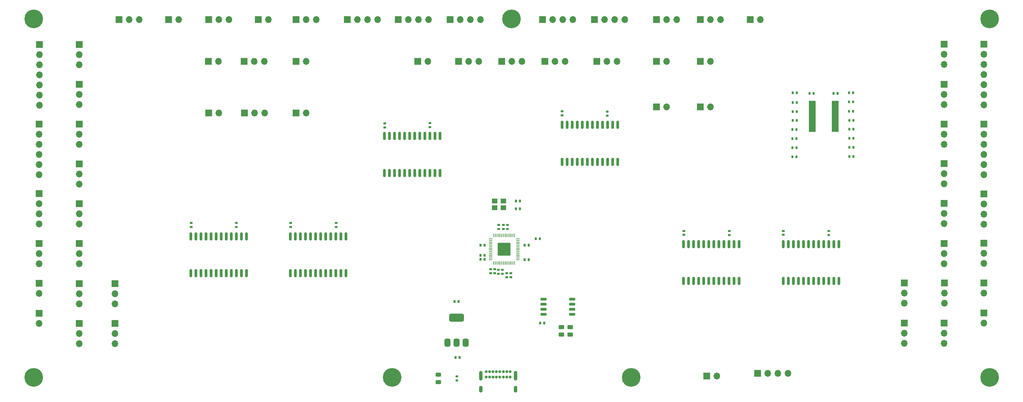
<source format=gbr>
%TF.GenerationSoftware,KiCad,Pcbnew,8.0.5*%
%TF.CreationDate,2024-09-28T19:10:59+02:00*%
%TF.ProjectId,FCU_Mainboard_v4,4643555f-4d61-4696-9e62-6f6172645f76,rev?*%
%TF.SameCoordinates,Original*%
%TF.FileFunction,Soldermask,Top*%
%TF.FilePolarity,Negative*%
%FSLAX46Y46*%
G04 Gerber Fmt 4.6, Leading zero omitted, Abs format (unit mm)*
G04 Created by KiCad (PCBNEW 8.0.5) date 2024-09-28 19:10:59*
%MOMM*%
%LPD*%
G01*
G04 APERTURE LIST*
G04 Aperture macros list*
%AMRoundRect*
0 Rectangle with rounded corners*
0 $1 Rounding radius*
0 $2 $3 $4 $5 $6 $7 $8 $9 X,Y pos of 4 corners*
0 Add a 4 corners polygon primitive as box body*
4,1,4,$2,$3,$4,$5,$6,$7,$8,$9,$2,$3,0*
0 Add four circle primitives for the rounded corners*
1,1,$1+$1,$2,$3*
1,1,$1+$1,$4,$5*
1,1,$1+$1,$6,$7*
1,1,$1+$1,$8,$9*
0 Add four rect primitives between the rounded corners*
20,1,$1+$1,$2,$3,$4,$5,0*
20,1,$1+$1,$4,$5,$6,$7,0*
20,1,$1+$1,$6,$7,$8,$9,0*
20,1,$1+$1,$8,$9,$2,$3,0*%
G04 Aperture macros list end*
%ADD10C,0.700000*%
%ADD11O,0.900000X2.400000*%
%ADD12O,0.900000X1.700000*%
%ADD13R,1.700000X1.700000*%
%ADD14O,1.700000X1.700000*%
%ADD15RoundRect,0.135000X-0.135000X-0.185000X0.135000X-0.185000X0.135000X0.185000X-0.135000X0.185000X0*%
%ADD16RoundRect,0.135000X0.135000X0.185000X-0.135000X0.185000X-0.135000X-0.185000X0.135000X-0.185000X0*%
%ADD17R,0.700000X0.600000*%
%ADD18R,0.600000X0.700000*%
%ADD19C,3.100000*%
%ADD20C,4.700000*%
%ADD21R,1.400000X1.200000*%
%ADD22RoundRect,0.150000X0.150000X-0.875000X0.150000X0.875000X-0.150000X0.875000X-0.150000X-0.875000X0*%
%ADD23RoundRect,0.135000X0.185000X-0.135000X0.185000X0.135000X-0.185000X0.135000X-0.185000X-0.135000X0*%
%ADD24RoundRect,0.076750X-0.810250X-0.230250X0.810250X-0.230250X0.810250X0.230250X-0.810250X0.230250X0*%
%ADD25RoundRect,0.250000X-0.450000X0.262500X-0.450000X-0.262500X0.450000X-0.262500X0.450000X0.262500X0*%
%ADD26RoundRect,0.250000X0.450000X-0.262500X0.450000X0.262500X-0.450000X0.262500X-0.450000X-0.262500X0*%
%ADD27RoundRect,0.150000X0.650000X0.150000X-0.650000X0.150000X-0.650000X-0.150000X0.650000X-0.150000X0*%
%ADD28RoundRect,0.135000X-0.185000X0.135000X-0.185000X-0.135000X0.185000X-0.135000X0.185000X0.135000X0*%
%ADD29RoundRect,0.050000X0.387500X0.050000X-0.387500X0.050000X-0.387500X-0.050000X0.387500X-0.050000X0*%
%ADD30RoundRect,0.050000X0.050000X0.387500X-0.050000X0.387500X-0.050000X-0.387500X0.050000X-0.387500X0*%
%ADD31RoundRect,0.144000X1.456000X1.456000X-1.456000X1.456000X-1.456000X-1.456000X1.456000X-1.456000X0*%
%ADD32RoundRect,0.375000X0.375000X-0.625000X0.375000X0.625000X-0.375000X0.625000X-0.375000X-0.625000X0*%
%ADD33RoundRect,0.500000X1.400000X-0.500000X1.400000X0.500000X-1.400000X0.500000X-1.400000X-0.500000X0*%
%ADD34RoundRect,0.243750X0.456250X-0.243750X0.456250X0.243750X-0.456250X0.243750X-0.456250X-0.243750X0*%
G04 APERTURE END LIST*
D10*
%TO.C,P1*%
X138650000Y-113540000D03*
X139500000Y-113540000D03*
X140350000Y-113540000D03*
X141200000Y-113540000D03*
X142050000Y-113540000D03*
X142900000Y-113540000D03*
X143750000Y-113540000D03*
X144600000Y-113540000D03*
X144600000Y-114890000D03*
X143750000Y-114890000D03*
X142900000Y-114890000D03*
X142050000Y-114890000D03*
X141200000Y-114890000D03*
X140350000Y-114890000D03*
X139500000Y-114890000D03*
X138650000Y-114890000D03*
D11*
X137300000Y-114520000D03*
D12*
X137300000Y-117900000D03*
D11*
X145950000Y-114520000D03*
D12*
X145950000Y-117900000D03*
%TD*%
D13*
%TO.C,J55*%
X263600000Y-31360000D03*
D14*
X263600000Y-33900000D03*
X263600000Y-36440000D03*
X263600000Y-38980000D03*
X263600000Y-41520000D03*
X263600000Y-44060000D03*
X263600000Y-46600000D03*
%TD*%
D15*
%TO.C,R21*%
X215530000Y-52725000D03*
X216550000Y-52725000D03*
%TD*%
D13*
%TO.C,J56*%
X253650000Y-91300000D03*
D14*
X253650000Y-93840000D03*
X253650000Y-96380000D03*
%TD*%
D13*
%TO.C,J11*%
X153340000Y-35600000D03*
D14*
X155880000Y-35600000D03*
X158420000Y-35600000D03*
%TD*%
D16*
%TO.C,R28*%
X230820000Y-54950000D03*
X229800000Y-54950000D03*
%TD*%
D17*
%TO.C,C4*%
X188200000Y-79200000D03*
X188200000Y-78200000D03*
%TD*%
D13*
%TO.C,J49*%
X45400000Y-91400000D03*
D14*
X45400000Y-93940000D03*
X45400000Y-96480000D03*
%TD*%
D13*
%TO.C,J57*%
X243600000Y-91250000D03*
D14*
X243600000Y-93790000D03*
X243600000Y-96330000D03*
%TD*%
D18*
%TO.C,C8*%
X131900000Y-109950000D03*
X130900000Y-109950000D03*
%TD*%
D13*
%TO.C,J37*%
X181400000Y-47100000D03*
D14*
X183940000Y-47100000D03*
%TD*%
D19*
%TO.C,H3*%
X265000000Y-25000000D03*
D20*
X265000000Y-25000000D03*
%TD*%
D13*
%TO.C,J33*%
X58900000Y-25100000D03*
D14*
X61440000Y-25100000D03*
%TD*%
D19*
%TO.C,H1*%
X175000000Y-115000000D03*
D20*
X175000000Y-115000000D03*
%TD*%
D13*
%TO.C,J54*%
X263600000Y-51400000D03*
D14*
X263600000Y-53940000D03*
X263600000Y-56480000D03*
X263600000Y-59020000D03*
X263600000Y-61560000D03*
X263600000Y-64100000D03*
%TD*%
D17*
%TO.C,C2*%
X64505000Y-77200000D03*
X64505000Y-76200000D03*
%TD*%
D21*
%TO.C,Y1*%
X142950000Y-70700000D03*
X140750000Y-70700000D03*
X140750000Y-72400000D03*
X142950000Y-72400000D03*
%TD*%
D13*
%TO.C,J72*%
X68850000Y-35600000D03*
D14*
X71390000Y-35600000D03*
%TD*%
D13*
%TO.C,J42*%
X90900000Y-25100000D03*
D14*
X93440000Y-25100000D03*
X95980000Y-25100000D03*
%TD*%
D19*
%TO.C,H7*%
X265000000Y-115000000D03*
D20*
X265000000Y-115000000D03*
%TD*%
D16*
%TO.C,R26*%
X230820000Y-57200000D03*
X229800000Y-57200000D03*
%TD*%
D15*
%TO.C,R23*%
X215530000Y-57325000D03*
X216550000Y-57325000D03*
%TD*%
D17*
%TO.C,C15*%
X113100000Y-52200000D03*
X113100000Y-51200000D03*
%TD*%
D13*
%TO.C,J6*%
X77900000Y-48600000D03*
D14*
X80440000Y-48600000D03*
X82980000Y-48600000D03*
%TD*%
D17*
%TO.C,C16*%
X139700000Y-87800000D03*
X139700000Y-88800000D03*
%TD*%
D13*
%TO.C,J14*%
X116530000Y-25100000D03*
D14*
X119070000Y-25100000D03*
X121610000Y-25100000D03*
X124150000Y-25100000D03*
%TD*%
D15*
%TO.C,R24*%
X215530000Y-59575000D03*
X216550000Y-59575000D03*
%TD*%
D13*
%TO.C,J46*%
X68900000Y-25100000D03*
D14*
X71440000Y-25100000D03*
X73980000Y-25100000D03*
%TD*%
D22*
%TO.C,U3*%
X188190000Y-90800000D03*
X189460000Y-90800000D03*
X190730000Y-90800000D03*
X192000000Y-90800000D03*
X193270000Y-90800000D03*
X194540000Y-90800000D03*
X195810000Y-90800000D03*
X197080000Y-90800000D03*
X198350000Y-90800000D03*
X199620000Y-90800000D03*
X200890000Y-90800000D03*
X202160000Y-90800000D03*
X202160000Y-81500000D03*
X200890000Y-81500000D03*
X199620000Y-81500000D03*
X198350000Y-81500000D03*
X197080000Y-81500000D03*
X195810000Y-81500000D03*
X194540000Y-81500000D03*
X193270000Y-81500000D03*
X192000000Y-81500000D03*
X190730000Y-81500000D03*
X189460000Y-81500000D03*
X188190000Y-81500000D03*
%TD*%
D23*
%TO.C,R9*%
X199650000Y-79260000D03*
X199650000Y-78240000D03*
%TD*%
D13*
%TO.C,J53*%
X26400000Y-31400000D03*
D14*
X26400000Y-33940000D03*
X26400000Y-36480000D03*
X26400000Y-39020000D03*
X26400000Y-41560000D03*
X26400000Y-44100000D03*
X26400000Y-46640000D03*
%TD*%
D18*
%TO.C,C21*%
X148300000Y-85400000D03*
X149300000Y-85400000D03*
%TD*%
D19*
%TO.C,H2*%
X25000000Y-115000000D03*
D20*
X25000000Y-115000000D03*
%TD*%
D18*
%TO.C,C9*%
X153200000Y-101350000D03*
X152200000Y-101350000D03*
%TD*%
%TO.C,C6*%
X146050000Y-72650000D03*
X147050000Y-72650000D03*
%TD*%
D13*
%TO.C,J1*%
X26350000Y-68850000D03*
D14*
X26350000Y-71390000D03*
X26350000Y-73930000D03*
X26350000Y-76470000D03*
%TD*%
D16*
%TO.C,R25*%
X230820000Y-59500000D03*
X229800000Y-59500000D03*
%TD*%
D13*
%TO.C,J47*%
X253600000Y-41400000D03*
D14*
X253600000Y-43940000D03*
X253600000Y-46480000D03*
%TD*%
D15*
%TO.C,R3*%
X215580000Y-43495000D03*
X216600000Y-43495000D03*
%TD*%
D13*
%TO.C,J35*%
X181400000Y-25100000D03*
D14*
X183940000Y-25100000D03*
X186480000Y-25100000D03*
%TD*%
D23*
%TO.C,R18*%
X142650000Y-88960000D03*
X142650000Y-87940000D03*
%TD*%
D13*
%TO.C,J24*%
X263600000Y-98800000D03*
D14*
X263600000Y-101340000D03*
%TD*%
D13*
%TO.C,J44*%
X26350000Y-98850000D03*
D14*
X26350000Y-101390000D03*
%TD*%
D13*
%TO.C,J7*%
X77850000Y-35600000D03*
D14*
X80390000Y-35600000D03*
X82930000Y-35600000D03*
%TD*%
D13*
%TO.C,J32*%
X81400000Y-25100000D03*
D14*
X83940000Y-25100000D03*
%TD*%
D13*
%TO.C,J3*%
X152730000Y-25100000D03*
D14*
X155270000Y-25100000D03*
X157810000Y-25100000D03*
X160350000Y-25100000D03*
%TD*%
D18*
%TO.C,C23*%
X148300000Y-81800000D03*
X149300000Y-81800000D03*
%TD*%
D13*
%TO.C,J8*%
X166400000Y-35600000D03*
D14*
X168940000Y-35600000D03*
X171480000Y-35600000D03*
%TD*%
D16*
%TO.C,R30*%
X230820000Y-50450000D03*
X229800000Y-50450000D03*
%TD*%
D15*
%TO.C,R4*%
X215580000Y-50475000D03*
X216600000Y-50475000D03*
%TD*%
D13*
%TO.C,J70*%
X181400000Y-35600000D03*
D14*
X183940000Y-35600000D03*
%TD*%
D13*
%TO.C,J34*%
X192400000Y-47100000D03*
D14*
X194940000Y-47100000D03*
%TD*%
D23*
%TO.C,R19*%
X169020000Y-49280000D03*
X169020000Y-48260000D03*
%TD*%
D13*
%TO.C,J39*%
X36400000Y-101400000D03*
D14*
X36400000Y-103940000D03*
X36400000Y-106480000D03*
%TD*%
D13*
%TO.C,J21*%
X36400000Y-41400000D03*
D14*
X36400000Y-43940000D03*
X36400000Y-46480000D03*
%TD*%
D13*
%TO.C,J31*%
X121400000Y-35600000D03*
D14*
X123940000Y-35600000D03*
%TD*%
D13*
%TO.C,J10*%
X131700000Y-35600000D03*
D14*
X134240000Y-35600000D03*
X136780000Y-35600000D03*
%TD*%
D24*
%TO.C,I2C_1*%
X220530000Y-45875000D03*
X220530000Y-46525000D03*
X220530000Y-47175000D03*
X220530000Y-47825000D03*
X220530000Y-48475000D03*
X220530000Y-49125000D03*
X220530000Y-49775000D03*
X220530000Y-50425000D03*
X220530000Y-51075000D03*
X220530000Y-51725000D03*
X220530000Y-52375000D03*
X220530000Y-53025000D03*
X226270000Y-53025000D03*
X226270000Y-52375000D03*
X226270000Y-51725000D03*
X226270000Y-51075000D03*
X226270000Y-50425000D03*
X226270000Y-49775000D03*
X226270000Y-49125000D03*
X226270000Y-48475000D03*
X226270000Y-47825000D03*
X226270000Y-47175000D03*
X226270000Y-46525000D03*
X226270000Y-45875000D03*
%TD*%
D19*
%TO.C,H4*%
X25000000Y-25000000D03*
D20*
X25000000Y-25000000D03*
%TD*%
D13*
%TO.C,J17*%
X36400000Y-71400000D03*
D14*
X36400000Y-73940000D03*
X36400000Y-76480000D03*
%TD*%
D13*
%TO.C,J18*%
X26350000Y-81400000D03*
D14*
X26350000Y-83940000D03*
X26350000Y-86480000D03*
%TD*%
D22*
%TO.C,U9*%
X157640000Y-60850000D03*
X158910000Y-60850000D03*
X160180000Y-60850000D03*
X161450000Y-60850000D03*
X162720000Y-60850000D03*
X163990000Y-60850000D03*
X165260000Y-60850000D03*
X166530000Y-60850000D03*
X167800000Y-60850000D03*
X169070000Y-60850000D03*
X170340000Y-60850000D03*
X171610000Y-60850000D03*
X171610000Y-51550000D03*
X170340000Y-51550000D03*
X169070000Y-51550000D03*
X167800000Y-51550000D03*
X166530000Y-51550000D03*
X165260000Y-51550000D03*
X163990000Y-51550000D03*
X162720000Y-51550000D03*
X161450000Y-51550000D03*
X160180000Y-51550000D03*
X158910000Y-51550000D03*
X157640000Y-51550000D03*
%TD*%
D25*
%TO.C,R10*%
X159725000Y-102382500D03*
X159725000Y-104207500D03*
%TD*%
D23*
%TO.C,R8*%
X100905000Y-77210000D03*
X100905000Y-76190000D03*
%TD*%
%TO.C,R11*%
X224625000Y-79210000D03*
X224625000Y-78190000D03*
%TD*%
D26*
%TO.C,R15*%
X157475000Y-104207500D03*
X157475000Y-102382500D03*
%TD*%
D15*
%TO.C,R5*%
X229750000Y-45800000D03*
X230770000Y-45800000D03*
%TD*%
D13*
%TO.C,J51*%
X26350000Y-51350000D03*
D14*
X26350000Y-53890000D03*
X26350000Y-56430000D03*
X26350000Y-58970000D03*
X26350000Y-61510000D03*
X26350000Y-64050000D03*
%TD*%
D13*
%TO.C,J22*%
X36400000Y-31400000D03*
D14*
X36400000Y-33940000D03*
X36400000Y-36480000D03*
%TD*%
D13*
%TO.C,J38*%
X26350000Y-91370000D03*
D14*
X26350000Y-93910000D03*
%TD*%
D13*
%TO.C,J69*%
X192400000Y-35600000D03*
D14*
X194940000Y-35600000D03*
%TD*%
D13*
%TO.C,J25*%
X253600000Y-101350000D03*
D14*
X253600000Y-103890000D03*
X253600000Y-106430000D03*
%TD*%
D13*
%TO.C,J19*%
X36400000Y-61400000D03*
D14*
X36400000Y-63940000D03*
X36400000Y-66480000D03*
%TD*%
D18*
%TO.C,C10*%
X131700000Y-95900000D03*
X130700000Y-95900000D03*
%TD*%
D15*
%TO.C,R1*%
X215580000Y-48225000D03*
X216600000Y-48225000D03*
%TD*%
D22*
%TO.C,U6*%
X113070000Y-63650000D03*
X114340000Y-63650000D03*
X115610000Y-63650000D03*
X116880000Y-63650000D03*
X118150000Y-63650000D03*
X119420000Y-63650000D03*
X120690000Y-63650000D03*
X121960000Y-63650000D03*
X123230000Y-63650000D03*
X124500000Y-63650000D03*
X125770000Y-63650000D03*
X127040000Y-63650000D03*
X127040000Y-54350000D03*
X125770000Y-54350000D03*
X124500000Y-54350000D03*
X123230000Y-54350000D03*
X121960000Y-54350000D03*
X120690000Y-54350000D03*
X119420000Y-54350000D03*
X118150000Y-54350000D03*
X116880000Y-54350000D03*
X115610000Y-54350000D03*
X114340000Y-54350000D03*
X113070000Y-54350000D03*
%TD*%
D23*
%TO.C,R12*%
X124500000Y-52160000D03*
X124500000Y-51140000D03*
%TD*%
D19*
%TO.C,H5*%
X115000000Y-115000000D03*
D20*
X115000000Y-115000000D03*
%TD*%
D23*
%TO.C,R17*%
X141700000Y-88960000D03*
X141700000Y-87940000D03*
%TD*%
D17*
%TO.C,C11*%
X140700000Y-87800000D03*
X140700000Y-88800000D03*
%TD*%
D27*
%TO.C,U7*%
X160225000Y-99100000D03*
X160225000Y-97830000D03*
X160225000Y-96560000D03*
X160225000Y-95290000D03*
X153025000Y-95290000D03*
X153025000Y-96560000D03*
X153025000Y-97830000D03*
X153025000Y-99100000D03*
%TD*%
D13*
%TO.C,J58*%
X243600000Y-101300000D03*
D14*
X243600000Y-103840000D03*
X243600000Y-106380000D03*
%TD*%
D28*
%TO.C,R13*%
X131250000Y-114690000D03*
X131250000Y-115710000D03*
%TD*%
D13*
%TO.C,J15*%
X103760000Y-25100000D03*
D14*
X106300000Y-25100000D03*
X108840000Y-25100000D03*
X111380000Y-25100000D03*
%TD*%
D15*
%TO.C,R22*%
X215530000Y-55025000D03*
X216550000Y-55025000D03*
%TD*%
D22*
%TO.C,U2*%
X89465000Y-88850000D03*
X90735000Y-88850000D03*
X92005000Y-88850000D03*
X93275000Y-88850000D03*
X94545000Y-88850000D03*
X95815000Y-88850000D03*
X97085000Y-88850000D03*
X98355000Y-88850000D03*
X99625000Y-88850000D03*
X100895000Y-88850000D03*
X102165000Y-88850000D03*
X103435000Y-88850000D03*
X103435000Y-79550000D03*
X102165000Y-79550000D03*
X100895000Y-79550000D03*
X99625000Y-79550000D03*
X98355000Y-79550000D03*
X97085000Y-79550000D03*
X95815000Y-79550000D03*
X94545000Y-79550000D03*
X93275000Y-79550000D03*
X92005000Y-79550000D03*
X90735000Y-79550000D03*
X89465000Y-79550000D03*
%TD*%
D13*
%TO.C,J16*%
X36400000Y-81400000D03*
D14*
X36400000Y-83940000D03*
X36400000Y-86480000D03*
%TD*%
D17*
%TO.C,C5*%
X213200000Y-79200000D03*
X213200000Y-78200000D03*
%TD*%
D23*
%TO.C,R7*%
X75905000Y-77210000D03*
X75905000Y-76190000D03*
%TD*%
D18*
%TO.C,C22*%
X138200000Y-81800000D03*
X137200000Y-81800000D03*
%TD*%
D13*
%TO.C,J30*%
X204900000Y-25100000D03*
D14*
X207440000Y-25100000D03*
%TD*%
D17*
%TO.C,C3*%
X89500000Y-77200000D03*
X89500000Y-76200000D03*
%TD*%
D22*
%TO.C,U4*%
X213190000Y-90800000D03*
X214460000Y-90800000D03*
X215730000Y-90800000D03*
X217000000Y-90800000D03*
X218270000Y-90800000D03*
X219540000Y-90800000D03*
X220810000Y-90800000D03*
X222080000Y-90800000D03*
X223350000Y-90800000D03*
X224620000Y-90800000D03*
X225890000Y-90800000D03*
X227160000Y-90800000D03*
X227160000Y-81500000D03*
X225890000Y-81500000D03*
X224620000Y-81500000D03*
X223350000Y-81500000D03*
X222080000Y-81500000D03*
X220810000Y-81500000D03*
X219540000Y-81500000D03*
X218270000Y-81500000D03*
X217000000Y-81500000D03*
X215730000Y-81500000D03*
X214460000Y-81500000D03*
X213190000Y-81500000D03*
%TD*%
%TO.C,U1*%
X64465000Y-88850000D03*
X65735000Y-88850000D03*
X67005000Y-88850000D03*
X68275000Y-88850000D03*
X69545000Y-88850000D03*
X70815000Y-88850000D03*
X72085000Y-88850000D03*
X73355000Y-88850000D03*
X74625000Y-88850000D03*
X75895000Y-88850000D03*
X77165000Y-88850000D03*
X78435000Y-88850000D03*
X78435000Y-79550000D03*
X77165000Y-79550000D03*
X75895000Y-79550000D03*
X74625000Y-79550000D03*
X73355000Y-79550000D03*
X72085000Y-79550000D03*
X70815000Y-79550000D03*
X69545000Y-79550000D03*
X68275000Y-79550000D03*
X67005000Y-79550000D03*
X65735000Y-79550000D03*
X64465000Y-79550000D03*
%TD*%
D15*
%TO.C,R16*%
X151090000Y-80150000D03*
X152110000Y-80150000D03*
%TD*%
D13*
%TO.C,J40*%
X253600000Y-51350000D03*
D14*
X253600000Y-53890000D03*
X253600000Y-56430000D03*
%TD*%
D18*
%TO.C,C1*%
X226870000Y-43700000D03*
X225870000Y-43700000D03*
%TD*%
D16*
%TO.C,R6*%
X230770000Y-43550000D03*
X229750000Y-43550000D03*
%TD*%
D13*
%TO.C,J45*%
X46400000Y-25100000D03*
D14*
X48940000Y-25100000D03*
X51480000Y-25100000D03*
%TD*%
D13*
%TO.C,J28*%
X263600000Y-81300000D03*
D14*
X263600000Y-83840000D03*
X263600000Y-86380000D03*
%TD*%
D13*
%TO.C,J23*%
X263600000Y-91300000D03*
D14*
X263600000Y-93840000D03*
%TD*%
D18*
%TO.C,C7*%
X146050000Y-70650000D03*
X147050000Y-70650000D03*
%TD*%
D13*
%TO.C,J41*%
X192400000Y-25100000D03*
D14*
X194940000Y-25100000D03*
X197480000Y-25100000D03*
%TD*%
D16*
%TO.C,R2*%
X216600000Y-45975000D03*
X215580000Y-45975000D03*
%TD*%
%TO.C,R29*%
X230770000Y-48150000D03*
X229750000Y-48150000D03*
%TD*%
D13*
%TO.C,J59*%
X193975000Y-114650000D03*
D14*
X196515000Y-114650000D03*
%TD*%
D17*
%TO.C,C12*%
X141750000Y-77700000D03*
X141750000Y-76700000D03*
%TD*%
D29*
%TO.C,U8*%
X146562500Y-85400000D03*
X146562500Y-85000000D03*
X146562500Y-84600000D03*
X146562500Y-84200000D03*
X146562500Y-83800000D03*
X146562500Y-83400000D03*
X146562500Y-83000000D03*
X146562500Y-82600000D03*
X146562500Y-82200000D03*
X146562500Y-81800000D03*
X146562500Y-81400000D03*
X146562500Y-81000000D03*
X146562500Y-80600000D03*
X146562500Y-80200000D03*
D30*
X145725000Y-79362500D03*
X145325000Y-79362500D03*
X144925000Y-79362500D03*
X144525000Y-79362500D03*
X144125000Y-79362500D03*
X143725000Y-79362500D03*
X143325000Y-79362500D03*
X142925000Y-79362500D03*
X142525000Y-79362500D03*
X142125000Y-79362500D03*
X141725000Y-79362500D03*
X141325000Y-79362500D03*
X140925000Y-79362500D03*
X140525000Y-79362500D03*
D29*
X139687500Y-80200000D03*
X139687500Y-80600000D03*
X139687500Y-81000000D03*
X139687500Y-81400000D03*
X139687500Y-81800000D03*
X139687500Y-82200000D03*
X139687500Y-82600000D03*
X139687500Y-83000000D03*
X139687500Y-83400000D03*
X139687500Y-83800000D03*
X139687500Y-84200000D03*
X139687500Y-84600000D03*
X139687500Y-85000000D03*
X139687500Y-85400000D03*
D30*
X140525000Y-86237500D03*
X140925000Y-86237500D03*
X141325000Y-86237500D03*
X141725000Y-86237500D03*
X142125000Y-86237500D03*
X142525000Y-86237500D03*
X142925000Y-86237500D03*
X143325000Y-86237500D03*
X143725000Y-86237500D03*
X144125000Y-86237500D03*
X144525000Y-86237500D03*
X144925000Y-86237500D03*
X145325000Y-86237500D03*
X145725000Y-86237500D03*
D31*
X143125000Y-82800000D03*
%TD*%
D13*
%TO.C,J2*%
X263600000Y-68900000D03*
D14*
X263600000Y-71440000D03*
X263600000Y-73980000D03*
X263600000Y-76520000D03*
%TD*%
D13*
%TO.C,J36*%
X36400000Y-91400000D03*
D14*
X36400000Y-93940000D03*
X36400000Y-96480000D03*
%TD*%
D13*
%TO.C,J60*%
X206780000Y-113950000D03*
D14*
X209320000Y-113950000D03*
X211860000Y-113950000D03*
X214400000Y-113950000D03*
%TD*%
D16*
%TO.C,R27*%
X230820000Y-52700000D03*
X229800000Y-52700000D03*
%TD*%
D13*
%TO.C,J29*%
X253600000Y-61300000D03*
D14*
X253600000Y-63840000D03*
X253600000Y-66380000D03*
%TD*%
D15*
%TO.C,R20*%
X219810000Y-43700000D03*
X220830000Y-43700000D03*
%TD*%
D13*
%TO.C,J4*%
X165760000Y-25100000D03*
D14*
X168300000Y-25100000D03*
X170840000Y-25100000D03*
X173380000Y-25100000D03*
%TD*%
D13*
%TO.C,J27*%
X253600000Y-71300000D03*
D14*
X253600000Y-73840000D03*
X253600000Y-76380000D03*
%TD*%
D13*
%TO.C,J48*%
X68900000Y-48600000D03*
D14*
X71440000Y-48600000D03*
%TD*%
D13*
%TO.C,J20*%
X36400000Y-51400000D03*
D14*
X36400000Y-53940000D03*
X36400000Y-56480000D03*
%TD*%
D23*
%TO.C,R14*%
X143950000Y-77760000D03*
X143950000Y-76740000D03*
%TD*%
D13*
%TO.C,J71*%
X90850000Y-35600000D03*
D14*
X93390000Y-35600000D03*
%TD*%
D17*
%TO.C,C14*%
X144800000Y-88800000D03*
X144800000Y-89800000D03*
%TD*%
D18*
%TO.C,C26*%
X138200000Y-85350000D03*
X137200000Y-85350000D03*
%TD*%
D13*
%TO.C,J43*%
X90900000Y-48600000D03*
D14*
X93440000Y-48600000D03*
%TD*%
D13*
%TO.C,J5*%
X129540000Y-25100000D03*
D14*
X132080000Y-25100000D03*
X134620000Y-25100000D03*
X137160000Y-25100000D03*
%TD*%
D13*
%TO.C,J52*%
X253600000Y-31350000D03*
D14*
X253600000Y-33890000D03*
X253600000Y-36430000D03*
%TD*%
D19*
%TO.C,H6*%
X145000000Y-25000000D03*
D20*
X145000000Y-25000000D03*
%TD*%
D32*
%TO.C,U5*%
X128850000Y-106250000D03*
X131150000Y-106250000D03*
X133450000Y-106250000D03*
D33*
X131150000Y-99950000D03*
%TD*%
D13*
%TO.C,J9*%
X142490000Y-35600000D03*
D14*
X145030000Y-35600000D03*
X147570000Y-35600000D03*
%TD*%
D13*
%TO.C,J26*%
X253600000Y-81350000D03*
D14*
X253600000Y-83890000D03*
X253600000Y-86430000D03*
%TD*%
D18*
%TO.C,C25*%
X138200000Y-84350000D03*
X137200000Y-84350000D03*
%TD*%
D17*
%TO.C,C24*%
X142950000Y-77700000D03*
X142950000Y-76700000D03*
%TD*%
%TO.C,C17*%
X157650000Y-49200000D03*
X157650000Y-48200000D03*
%TD*%
%TO.C,C13*%
X143800000Y-88800000D03*
X143800000Y-89800000D03*
%TD*%
D13*
%TO.C,J50*%
X45400000Y-101400000D03*
D14*
X45400000Y-103940000D03*
X45400000Y-106480000D03*
%TD*%
D34*
%TO.C,D1*%
X126600000Y-116187500D03*
X126600000Y-114312500D03*
%TD*%
M02*

</source>
